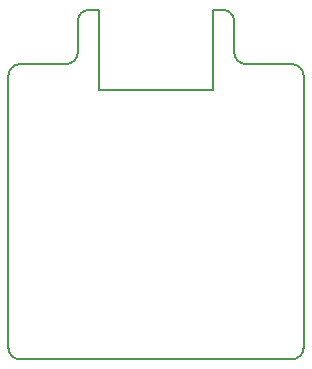
<source format=gbr>
%TF.GenerationSoftware,KiCad,Pcbnew,6.0.0*%
%TF.CreationDate,2022-01-08T01:14:50+01:00*%
%TF.ProjectId,micro,6d696372-6f2e-46b6-9963-61645f706362,rev1.0*%
%TF.SameCoordinates,Original*%
%TF.FileFunction,Profile,NP*%
%FSLAX46Y46*%
G04 Gerber Fmt 4.6, Leading zero omitted, Abs format (unit mm)*
G04 Created by KiCad (PCBNEW 6.0.0) date 2022-01-08 01:14:50*
%MOMM*%
%LPD*%
G01*
G04 APERTURE LIST*
%TA.AperFunction,Profile*%
%ADD10C,0.150000*%
%TD*%
G04 APERTURE END LIST*
D10*
X162790001Y-111658993D02*
X139790001Y-111658996D01*
X139790003Y-86658997D02*
G75*
G03*
X138790000Y-87658994I-3J-1000000D01*
G01*
X138790000Y-87658994D02*
X138790004Y-110658993D01*
X157915474Y-83056106D02*
X157912582Y-85658997D01*
X156915471Y-82056109D02*
X156092579Y-82056500D01*
X157912582Y-85658997D02*
G75*
G03*
X158912585Y-86658994I1000000J3D01*
G01*
X145669687Y-82056109D02*
G75*
G03*
X144669684Y-83056106I-3J-1000000D01*
G01*
X163790000Y-87658997D02*
G75*
G03*
X162790003Y-86658994I-1000000J3D01*
G01*
X145669687Y-82056109D02*
X146492579Y-82056500D01*
X138790004Y-110658993D02*
G75*
G03*
X139790001Y-111658996I1000000J-3D01*
G01*
X143672576Y-86658997D02*
G75*
G03*
X144672579Y-85659000I3J1000000D01*
G01*
X139790003Y-86658997D02*
X143672576Y-86658997D01*
X163790000Y-87658997D02*
X163790004Y-110658996D01*
X157915474Y-83056106D02*
G75*
G03*
X156915471Y-82056109I-1000000J-3D01*
G01*
X158912585Y-86658994D02*
X162790003Y-86658994D01*
X144669687Y-83056109D02*
X144672579Y-85659000D01*
X162790001Y-111658993D02*
G75*
G03*
X163790004Y-110658996I3J1000000D01*
G01*
%TO.C,J1*%
X156092579Y-88856500D02*
X156092579Y-82056500D01*
X156092579Y-88856500D02*
X146492579Y-88856500D01*
X146492579Y-88856500D02*
X146492579Y-82056500D01*
%TD*%
M02*

</source>
